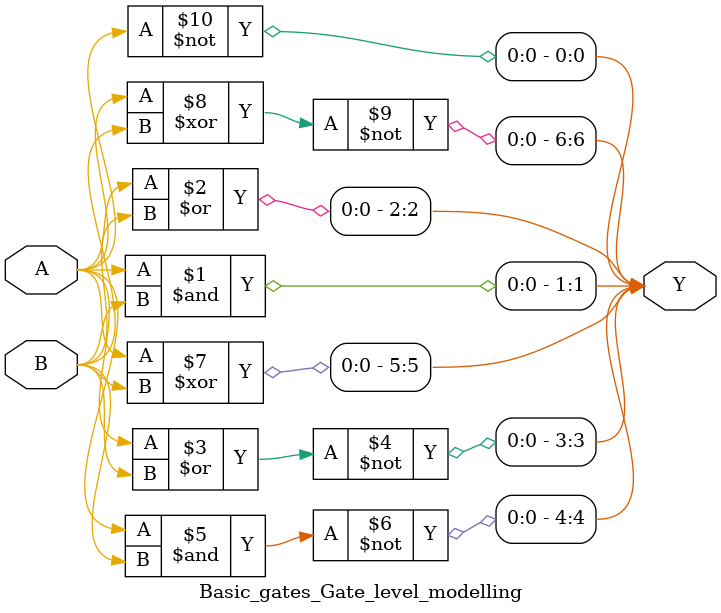
<source format=v>
`timescale 1ns / 1ps


module Basic_gates_Gate_level_modelling(
    input A,
    input B,
    output [6:0] Y
    );
    not(Y[0],A);
    and(Y[1],A,B);
    or(Y[2],A,B);
    nor(Y[3],A,B);
    nand(Y[4],A,B);
    xor(Y[5],A,B);
    xnor(Y[6],A,B);
    
endmodule

</source>
